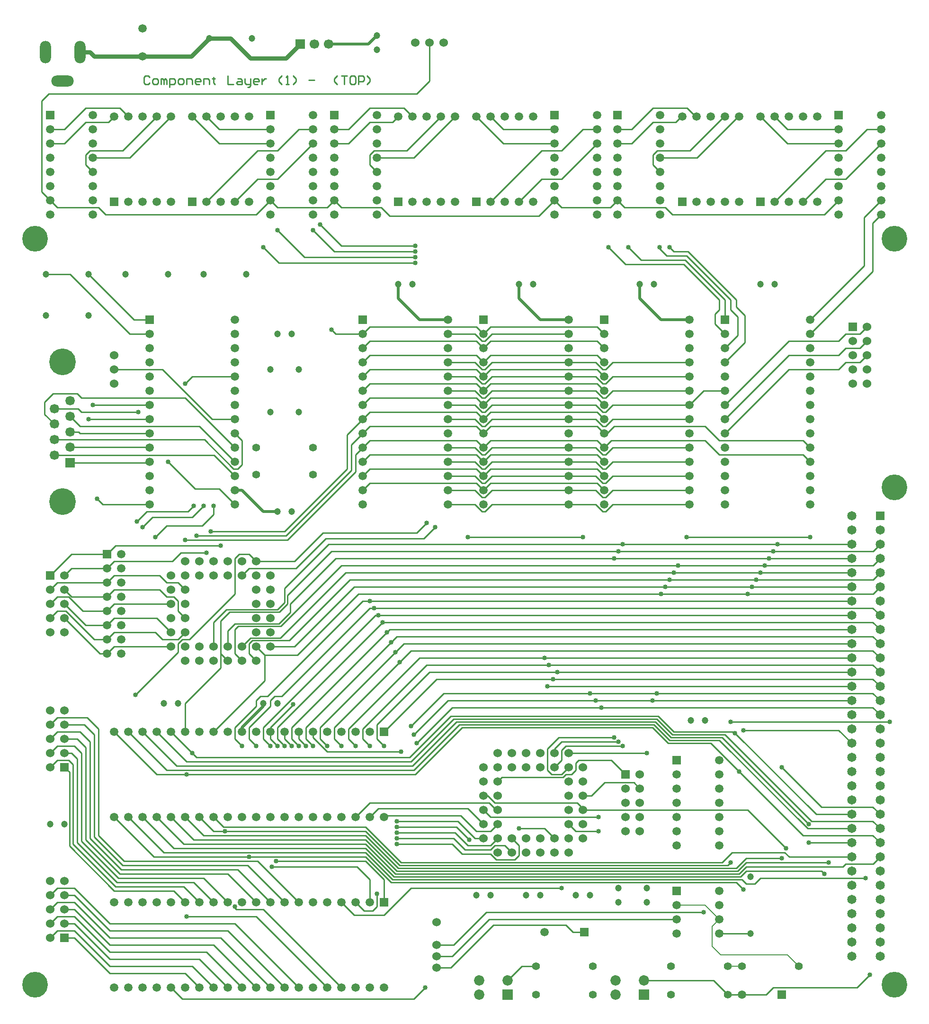
<source format=gbr>
From a29b4fd588d6f3136bfef0d5dc1ee40ead328b15 Mon Sep 17 00:00:00 2001
From: Nao Pross <naopross@thearcway.org>
Date: Tue, 23 May 2017 11:51:48 +0200
Subject: board complete, generate gerber (x2) files

this is probably the last commit before printing the PCB, unless there are some
other errors in the board design
---
 .../GerberX2/MainBoard_Copper_Signal_Top.gbr       | 3590 ++++++++++++++++++++
 1 file changed, 3590 insertions(+)
 create mode 100644 hw/Project Outputs for z80uPC/GerberX2/MainBoard_Copper_Signal_Top.gbr

(limited to 'hw/Project Outputs for z80uPC/GerberX2/MainBoard_Copper_Signal_Top.gbr')

diff --git a/hw/Project Outputs for z80uPC/GerberX2/MainBoard_Copper_Signal_Top.gbr b/hw/Project Outputs for z80uPC/GerberX2/MainBoard_Copper_Signal_Top.gbr
new file mode 100644
index 0000000..e15b566
--- /dev/null
+++ b/hw/Project Outputs for z80uPC/GerberX2/MainBoard_Copper_Signal_Top.gbr	
@@ -0,0 +1,3590 @@
+G04 Layer_Physical_Order=1*
+G04 Layer_Color=255*
+%FSLAX26Y26*%
+%MOIN*%
+%TF.FileFunction,Copper,L1,Top,Signal*%
+%TF.Part,Single*%
+G01*
+G75*
+%TA.AperFunction,Conductor*%
+%ADD10C,0.010000*%
+%ADD11C,0.007874*%
+%ADD12C,0.020000*%
+%ADD13C,0.030000*%
+%TA.AperFunction,NonConductor*%
+%ADD14C,0.010000*%
+%TA.AperFunction,ComponentPad*%
+%ADD15O,0.078740X0.157480*%
+%ADD16O,0.157480X0.078740*%
+%ADD17C,0.187402*%
+%ADD18R,0.066535X0.066535*%
+%ADD19C,0.066535*%
+%ADD20C,0.055118*%
+%ADD21R,0.059055X0.059055*%
+%ADD22C,0.059055*%
+%ADD23C,0.047244*%
+%ADD24C,0.072835*%
+%ADD25R,0.072835X0.072835*%
+%ADD26R,0.059055X0.059055*%
+%ADD27C,0.059055*%
+%ADD28C,0.060000*%
+%ADD29R,0.060000X0.060000*%
+%ADD30R,0.059055X0.059055*%
+%ADD31R,0.059055X0.059055*%
+%ADD32C,0.064961*%
+%ADD33C,0.181102*%
+%ADD34R,0.064961X0.064961*%
+%ADD35R,0.066929X0.066929*%
+%ADD36C,0.066929*%
+%TA.AperFunction,ViaPad*%
+%ADD37C,0.181102*%
+%ADD38C,0.033465*%
+D10*
+X2600000Y710000D02*
+X2790000Y900000D01*
+X2390000Y710000D02*
+X2600000D01*
+X2300000Y800000D02*
+X2390000Y710000D01*
+X2790000Y900000D02*
+X3850000D01*
+X1550000Y760000D02*
+Y770000D01*
+Y760000D02*
+X1560000Y750000D01*
+X1750000D02*
+X2300000Y200000D01*
+X1560000Y750000D02*
+X1750000D01*
+X1700000Y700000D02*
+X2200000Y200000D01*
+X1210000Y700000D02*
+X1700000D01*
+X1400000Y1300000D02*
+X2470000D01*
+X2710000Y1060000D01*
+X4090000Y4300000D02*
+X4140000Y4250000D01*
+X3900000Y4300000D02*
+X4090000D01*
+X4140000Y4250000D02*
+X4160000D01*
+X4210000Y4300000D01*
+X4750000D01*
+X4100000Y4250000D02*
+X4150000Y4200000D01*
+X3350000Y4250000D02*
+X4100000D01*
+X3080000Y1210000D02*
+X3150000Y1140000D01*
+X2690000Y1210000D02*
+X3080000D01*
+X3090000Y1250000D02*
+X3170000Y1170000D01*
+X3100000Y1290000D02*
+X3190000Y1200000D01*
+X2690000Y1290000D02*
+X3100000D01*
+X3110000Y1330000D02*
+X3200000Y1240000D01*
+X2690000Y1330000D02*
+X3110000D01*
+X3120000Y1370000D02*
+X3240000Y1250000D01*
+X2690000Y1370000D02*
+X3120000D01*
+X3340000Y1500000D02*
+X3390000Y1450000D01*
+X2500000Y1500000D02*
+X3340000D01*
+X2400000Y1400000D02*
+X2500000Y1500000D01*
+X3190000Y1460000D02*
+X3300000Y1350000D01*
+X2560000Y1460000D02*
+X3190000D01*
+X2500000Y1400000D02*
+X2560000Y1460000D01*
+X3140000Y1410000D02*
+X3250000Y1300000D01*
+X2610000Y1410000D02*
+X3140000D01*
+X2600000Y1400000D02*
+X2610000Y1410000D01*
+X2690000Y1250000D02*
+X3090000D01*
+X3390000Y1450000D02*
+X3400000D01*
+X3300000Y1550000D02*
+X3330000D01*
+X3380000Y1500000D01*
+X3150000Y1140000D02*
+X3350000D01*
+X3170000Y1170000D02*
+X3350000D01*
+X3190000Y1200000D02*
+X3350000D01*
+X3240000Y1250000D02*
+X3300000D01*
+X3350000Y1300000D02*
+X3400000Y1350000D01*
+X3250000Y1300000D02*
+X3350000D01*
+X2500000Y800000D02*
+Y960000D01*
+X2410000Y1050000D02*
+X2500000Y960000D01*
+X1810000Y1050000D02*
+X2410000D01*
+X2600000Y800000D02*
+Y960000D01*
+X2470000Y1090000D02*
+X2600000Y960000D01*
+X1840000Y1090000D02*
+X2470000D01*
+X3520000Y1100000D02*
+X3550000Y1130000D01*
+X3390000Y1100000D02*
+X3520000D01*
+X3350000Y1140000D02*
+X3390000Y1100000D01*
+X3550000Y1130000D02*
+Y1200000D01*
+X2470000Y1330000D02*
+X2720000Y1080000D01*
+X2470000Y1270000D02*
+X2700000Y1040000D01*
+X2470000Y1240000D02*
+X2690000Y1020000D01*
+X2470000Y1210000D02*
+X2680000Y1000000D01*
+X2470000Y1180000D02*
+X2670000Y980000D01*
+X2470000Y1150000D02*
+X2660000Y960000D01*
+X2470000Y1120000D02*
+X2650000Y940000D01*
+X1100000Y200000D02*
+X1180000Y120000D01*
+X2810000D01*
+X2890000Y200000D01*
+X3500000Y1250000D02*
+X3550000Y1200000D01*
+X3350000Y1170000D02*
+X3380000Y1200000D01*
+X3350000D02*
+X3400000Y1250000D01*
+X3450000Y1200000D02*
+X3500000Y1150000D01*
+X3380000Y1200000D02*
+X3450000D01*
+X1920000Y2900000D02*
+Y2960000D01*
+X1860906Y2840905D02*
+X1920000Y2900000D01*
+X1900000Y2910000D02*
+Y3008504D01*
+X1849094Y2859095D02*
+X1900000Y2910000D01*
+X1489094Y2859095D02*
+X1849094D01*
+X980000Y1120000D02*
+X2470000D01*
+X1050000Y1150000D02*
+X2470000D01*
+X1120000Y1180000D02*
+X2470000D01*
+X1190000Y1210000D02*
+X2470000D01*
+X1260000Y1240000D02*
+X2470000D01*
+X1330000Y1270000D02*
+X2470000D01*
+X700000Y1400000D02*
+X980000Y1120000D01*
+X800000Y1400000D02*
+X1050000Y1150000D01*
+X900000Y1400000D02*
+X1120000Y1180000D01*
+X1000000Y1400000D02*
+X1190000Y1210000D01*
+X1100000Y1400000D02*
+X1260000Y1240000D01*
+X1200000Y1400000D02*
+X1330000Y1270000D01*
+X1300000Y1400000D02*
+X1400000Y1300000D01*
+X1470000Y1330000D02*
+X2470000D01*
+X1400000Y1400000D02*
+X1470000Y1330000D01*
+X3240000Y4600000D02*
+X3290000Y4550000D01*
+X3050000Y4600000D02*
+X3240000D01*
+X5550000Y3950000D02*
+X5600000Y3900000D01*
+X4960000Y3950000D02*
+X5550000D01*
+X4860000Y4050000D02*
+X4960000Y3950000D01*
+X4200000Y4050000D02*
+X4860000D01*
+X4150000Y4000000D02*
+X4200000Y4050000D01*
+X5550000D02*
+X5600000Y4000000D01*
+X4960000Y4050000D02*
+X5550000D01*
+X4860000Y4150000D02*
+X4960000Y4050000D01*
+X4220000Y4150000D02*
+X4860000D01*
+X4170000Y4100000D02*
+X4220000Y4150000D01*
+X4150000Y4100000D02*
+X4170000D01*
+X5950000Y4800000D02*
+X6000000Y4850000D01*
+X5850000Y4800000D02*
+X5950000D01*
+X5800000Y4750000D02*
+X5850000Y4800000D01*
+X5450000Y4750000D02*
+X5800000D01*
+X5000000Y4300000D02*
+X5450000Y4750000D01*
+X5950000Y4700000D02*
+X6000000Y4750000D01*
+X5850000Y4700000D02*
+X5950000D01*
+X5800000Y4650000D02*
+X5850000Y4700000D01*
+X5450000Y4650000D02*
+X5800000D01*
+X5000000Y4200000D02*
+X5450000Y4650000D01*
+X5950000Y4600000D02*
+X6000000Y4650000D01*
+X5850000Y4600000D02*
+X5950000D01*
+X5800000Y4550000D02*
+X5850000Y4600000D01*
+X5450000Y4550000D02*
+X5800000D01*
+X5000000Y4100000D02*
+X5450000Y4550000D01*
+X2210000Y3318504D02*
+X5890551D01*
+X2260000Y3218504D02*
+X5890551D01*
+X2328504Y3118504D02*
+X5890551D01*
+X4610000Y3070000D02*
+X6042047D01*
+X2360000D02*
+X4610000D01*
+X2388504Y3018504D02*
+X5890551D01*
+X4550000Y2970000D02*
+X6042047D01*
+X2420000D02*
+X4550000D01*
+X4750000Y4300000D02*
+X4850000Y4400000D01*
+X5000000D01*
+X3430000Y1680000D02*
+X3730000D01*
+X3400000Y1650000D02*
+X3430000Y1680000D01*
+X4110000Y1391811D02*
+Y1400000D01*
+X4109095Y1390906D02*
+X4110000Y1391811D01*
+X3300000Y1450000D02*
+X3350000Y1400000D01*
+X4150905Y1640906D02*
+X4359095D01*
+X4400000Y1600000D01*
+X3950000Y1300000D02*
+X4110000D01*
+X3900000Y1350000D02*
+X3950000Y1300000D01*
+X4000000Y1450000D02*
+Y1460000D01*
+X4670000Y3170000D02*
+X6042047D01*
+X2300000D02*
+X4670000D01*
+X4250000Y3270000D02*
+X6042047D01*
+X2230000D02*
+X4250000D01*
+X2550000Y770000D02*
+Y860000D01*
+X2520000Y740000D02*
+X2550000Y770000D01*
+X2460000Y740000D02*
+X2520000D01*
+X2400000Y800000D02*
+X2460000Y740000D01*
+X2000000Y1950000D02*
+X2050000Y1900000D01*
+X2000000Y1950000D02*
+Y2000000D01*
+X1900000Y1950000D02*
+X1950000Y1900000D01*
+X1900000Y1950000D02*
+Y2000000D01*
+X1800000Y1950000D02*
+X1850000Y1900000D01*
+X1800000Y1950000D02*
+Y2000000D01*
+X1710000Y1090000D02*
+X2000000Y800000D01*
+X770000Y1090000D02*
+X1710000D01*
+X1640000Y1060000D02*
+X1900000Y800000D01*
+X760000Y1060000D02*
+X1640000D01*
+X1570000Y1030000D02*
+X1800000Y800000D01*
+X750000Y1030000D02*
+X1570000D01*
+X1500000Y1000000D02*
+X1700000Y800000D01*
+X740000Y1000000D02*
+X1500000D01*
+X1330000Y970000D02*
+X1500000Y800000D01*
+X730000Y970000D02*
+X1330000D01*
+X1260000Y940000D02*
+X1400000Y800000D01*
+X720000Y940000D02*
+X1260000D01*
+X1190000Y910000D02*
+X1300000Y800000D01*
+X710000Y910000D02*
+X1190000D01*
+X1120000Y880000D02*
+X1200000Y800000D01*
+X700000Y880000D02*
+X1120000D01*
+X3470000Y250000D02*
+X3570000Y350000D01*
+X3670000D01*
+X3320000Y730000D02*
+X4850000D01*
+X3090000Y500000D02*
+X3320000Y730000D01*
+X3340000Y680000D02*
+X4660000D01*
+X3080000Y420000D02*
+X3340000Y680000D01*
+X2970000Y420000D02*
+X3080000D01*
+X3370000Y640000D02*
+X3880000D01*
+X3070000Y340000D02*
+X3370000Y640000D01*
+X2970000Y340000D02*
+X3070000D01*
+X3880000Y640000D02*
+X3930000Y590000D01*
+X4009764D01*
+X2970000Y500000D02*
+X3090000D01*
+X4960000Y580000D02*
+X5180000D01*
+X5020000Y150000D02*
+X5120236D01*
+X4920000Y250000D02*
+X5020000Y150000D01*
+X4430000Y250000D02*
+X4920000D01*
+X1550000Y650000D02*
+X2000000Y200000D01*
+X1500000Y600000D02*
+X1900000Y200000D01*
+X1450000Y550000D02*
+X1800000Y200000D01*
+X1400000Y500000D02*
+X1700000Y200000D01*
+X1350000Y450000D02*
+X1600000Y200000D01*
+X1300000Y400000D02*
+X1500000Y200000D01*
+X1250000Y350000D02*
+X1400000Y200000D01*
+X1200000Y300000D02*
+X1300000Y200000D01*
+X1440000Y3710000D02*
+X1550000Y3600000D01*
+X1270000Y3710000D02*
+X1440000D01*
+X1080000Y3900000D02*
+X1270000Y3710000D01*
+X810000Y4800000D02*
+X950000D01*
+X390000Y5220000D02*
+X810000Y4800000D01*
+X220000Y5220000D02*
+X390000D01*
+X840000Y4900000D02*
+X950000D01*
+X520000Y5220000D02*
+X840000Y4900000D01*
+X1390000Y4200000D02*
+X1550000D01*
+X1040000Y4550000D02*
+X1390000Y4200000D01*
+X700000Y4550000D02*
+X1040000D01*
+X620000Y3600000D02*
+X950000D01*
+X580000Y3640000D02*
+X620000Y3600000D01*
+X2880000Y3360000D02*
+X2960000Y3440000D01*
+X2190000Y3360000D02*
+X2880000D01*
+X2830000Y3400000D02*
+X2900000Y3470000D01*
+X2170000Y3400000D02*
+X2830000D01*
+X1970000Y3200000D02*
+X2170000Y3400000D01*
+X1700000Y3200000D02*
+X1970000D01*
+X1980000Y3150000D02*
+X2190000Y3360000D01*
+X1650000Y3150000D02*
+X1980000D01*
+X1600000Y3100000D02*
+X1650000Y3150000D01*
+X1200000Y2200000D02*
+X1450000Y2450000D01*
+Y2550000D01*
+X1200000Y2000000D02*
+Y2200000D01*
+X2050000Y2030000D02*
+X2650000Y2630000D01*
+X1950000Y2030000D02*
+X2620000Y2700000D01*
+X1950000Y1950000D02*
+Y2030000D01*
+X1850000D02*
+X2590000Y2770000D01*
+X1850000Y1950000D02*
+Y2030000D01*
+X1750000D02*
+X2538504Y2818504D01*
+X1750000Y1950000D02*
+Y2030000D01*
+X2538504Y2818504D02*
+X5890551D01*
+X1960000Y2190000D02*
+Y2192500D01*
+X1800000Y2030000D02*
+X1960000Y2190000D01*
+X1800000Y2000000D02*
+Y2030000D01*
+X1760000Y2360000D02*
+Y2540000D01*
+X1400000Y2000000D02*
+X1760000Y2360000D01*
+X2710000Y2490000D02*
+X2790000Y2570000D01*
+X2250000Y2030000D02*
+X2710000Y2490000D01*
+X2680000Y2560000D02*
+X2738504Y2618504D01*
+X2150000Y2030000D02*
+X2680000Y2560000D01*
+X2650000Y2630000D02*
+X2690000Y2670000D01*
+X2620000Y2700000D02*
+X2638504Y2718504D01*
+X2530000Y2870000D02*
+X6039055D01*
+X2500000D02*
+X2530000D01*
+X2500000Y2918504D02*
+X5890551D01*
+X2448504D02*
+X2500000D01*
+X2970000Y2370000D02*
+X3790000D01*
+X6039055D01*
+X1780000Y2250000D02*
+X2448504Y2918504D01*
+X3820000Y2418504D02*
+X5890551D01*
+X2918504D02*
+X3820000D01*
+X3900000Y3600000D02*
+X4090000D01*
+X4140000Y3550000D01*
+X4160000D01*
+X4210000Y3600000D01*
+X4750000D01*
+X3900000Y3700000D02*
+X4090000D01*
+X4140000Y3650000D01*
+X4160000D01*
+X4210000Y3700000D01*
+X4750000D01*
+X3900000Y3800000D02*
+X4090000D01*
+X4140000Y3750000D01*
+X4160000D01*
+X4210000Y3800000D01*
+X4750000D01*
+X3900000Y3900000D02*
+X4090000D01*
+X4140000Y3850000D01*
+X4160000D01*
+X4210000Y3900000D01*
+X4750000D01*
+X3900000Y4000000D02*
+X4090000D01*
+X4140000Y3950000D01*
+X4160000D01*
+X4210000Y4000000D01*
+X4750000D01*
+X3900000Y4200000D02*
+X4090000D01*
+X4140000Y4150000D01*
+X4160000D01*
+X4210000Y4200000D01*
+X4750000D01*
+X3900000Y4400000D02*
+X4090000D01*
+X4140000Y4350000D01*
+X4160000D01*
+X4210000Y4400000D01*
+X4750000D01*
+X3900000Y4500000D02*
+X4090000D01*
+X4140000Y4450000D01*
+X4160000D01*
+X4210000Y4500000D01*
+X4750000D01*
+X3900000Y4600000D02*
+X4090000D01*
+X4140000Y4550000D01*
+X4160000D01*
+X4210000Y4600000D01*
+X4750000D01*
+X4100000Y4650000D02*
+X4150000Y4600000D01*
+X3350000Y4650000D02*
+X4100000D01*
+Y4750000D02*
+X4150000Y4700000D01*
+X3350000Y4750000D02*
+X4100000D01*
+X4140000Y4800000D02*
+Y4810000D01*
+X4100000Y4850000D02*
+X4140000Y4810000D01*
+X3350000Y4850000D02*
+X4100000D01*
+X3050000Y3600000D02*
+X3240000D01*
+X3290000Y3550000D01*
+X3310000D01*
+X3360000Y3600000D01*
+X3900000D01*
+X3050000Y3700000D02*
+X3240000D01*
+X3290000Y3650000D01*
+X3310000D01*
+X3360000Y3700000D01*
+X3900000D01*
+X3050000Y3800000D02*
+X3240000D01*
+X3290000Y3750000D01*
+X3310000D01*
+X3360000Y3800000D01*
+X3900000D01*
+X3050000Y3900000D02*
+X3240000D01*
+X3290000Y3850000D01*
+X3310000D01*
+X3360000Y3900000D01*
+X3900000D01*
+X3050000Y4000000D02*
+X3240000D01*
+X3290000Y3950000D01*
+X3310000D01*
+X3360000Y4000000D01*
+X3900000D01*
+X3050000Y4200000D02*
+X3240000D01*
+X3290000Y4150000D01*
+X3310000D01*
+X3360000Y4200000D01*
+X3900000D01*
+X3050000Y4300000D02*
+X3240000D01*
+X3290000Y4250000D01*
+X3310000D01*
+X3360000Y4300000D01*
+X3900000D01*
+X3050000Y4400000D02*
+X3240000D01*
+X3290000Y4350000D01*
+X3310000D01*
+X3360000Y4400000D01*
+X3900000D01*
+X3360000Y4800000D02*
+X3900000D01*
+X3310000Y4750000D02*
+X3360000Y4800000D01*
+X3290000Y4750000D02*
+X3310000D01*
+X3360000Y4600000D02*
+X3900000D01*
+X3310000Y4550000D02*
+X3360000Y4600000D01*
+X3290000Y4550000D02*
+X3310000D01*
+X3290000Y4450000D02*
+X3310000D01*
+X3240000Y4500000D02*
+X3290000Y4450000D01*
+X3050000Y4500000D02*
+X3240000D01*
+X3250000Y4450000D02*
+X3300000Y4400000D01*
+X2500000Y4450000D02*
+X3250000D01*
+X3360000Y4500000D02*
+X3900000D01*
+X3310000Y4450000D02*
+X3360000Y4500000D01*
+X3240000Y4800000D02*
+X3290000Y4750000D01*
+X3050000Y4800000D02*
+X3240000D01*
+X3300000D02*
+X3350000Y4850000D01*
+X3250000D02*
+X3300000Y4800000D01*
+X2500000Y4850000D02*
+X3250000D01*
+X2450000Y4800000D02*
+X2500000Y4850000D01*
+X3300000Y3700000D02*
+X3350000Y3750000D01*
+X4100000D01*
+X4150000Y3700000D01*
+X3300000Y3800000D02*
+X3350000Y3850000D01*
+X4100000D01*
+X4150000Y3800000D01*
+X3300000Y3900000D02*
+X3350000Y3950000D01*
+X4100000D01*
+X4150000Y3900000D01*
+X3300000Y4000000D02*
+X3350000Y4050000D01*
+X4100000D01*
+X4150000Y4000000D01*
+X3300000Y4100000D02*
+X3350000Y4150000D01*
+X4100000D01*
+X4150000Y4100000D01*
+X3300000Y4200000D02*
+X3350000Y4250000D01*
+X3300000Y4300000D02*
+X3350000Y4350000D01*
+X4100000D01*
+X4150000Y4300000D01*
+X3300000Y4400000D02*
+X3350000Y4450000D01*
+X4100000D01*
+X4150000Y4400000D01*
+X3300000Y4500000D02*
+X3350000Y4550000D01*
+X4100000D01*
+X4150000Y4500000D01*
+X3300000Y4600000D02*
+X3350000Y4650000D01*
+X3300000Y4700000D02*
+X3350000Y4750000D01*
+X2450000Y3700000D02*
+X2500000Y3750000D01*
+X3250000D01*
+X3300000Y3700000D01*
+X2450000Y3800000D02*
+X2500000Y3850000D01*
+X3250000D01*
+X3300000Y3800000D01*
+X2450000Y3900000D02*
+X2500000Y3950000D01*
+X3250000D01*
+X3300000Y3900000D01*
+X2450000Y4000000D02*
+X2500000Y4050000D01*
+X3250000D01*
+X3300000Y4000000D01*
+X2450000Y4100000D02*
+X2500000Y4150000D01*
+X3250000D01*
+X3300000Y4100000D01*
+X2450000Y4200000D02*
+X2500000Y4250000D01*
+X3250000D01*
+X3300000Y4200000D01*
+X2450000Y4300000D02*
+X2500000Y4350000D01*
+X3250000D01*
+X3300000Y4300000D01*
+X2450000Y4400000D02*
+X2500000Y4450000D01*
+X2450000Y4500000D02*
+X2500000Y4550000D01*
+X3250000D01*
+X3300000Y4500000D01*
+X2450000Y4600000D02*
+X2500000Y4650000D01*
+X3250000D01*
+X3300000Y4600000D01*
+X3250000Y4750000D02*
+X3300000Y4700000D01*
+X2500000Y4750000D02*
+X3250000D01*
+X2450000Y4700000D02*
+X2500000Y4750000D01*
+X1880000Y2250000D02*
+X2500000Y2870000D01*
+X710000Y3310000D02*
+X1450000D01*
+X650000Y3250000D02*
+X710000Y3310000D01*
+X6039055Y2870000D02*
+X6090551Y2818504D01*
+X6039055Y2770000D02*
+X6090551Y2718504D01*
+X6039055Y2670000D02*
+X6090551Y2618504D01*
+X6039055Y2570000D02*
+X6090551Y2518504D01*
+X6039055Y2470000D02*
+X6090551Y2418504D01*
+X6039055Y2370000D02*
+X6090551Y2318504D01*
+X6039055Y2270000D02*
+X6090551Y2218504D01*
+X6039055Y2170000D02*
+X6090551Y2118504D01*
+X6042047Y3270000D02*
+X6090551Y3318504D01*
+X6042047Y3170000D02*
+X6090551Y3218504D01*
+X6042047Y2970000D02*
+X6090551Y3018504D01*
+X6042047Y3070000D02*
+X6090551Y3118504D01*
+X6039055Y1470000D02*
+X6090551Y1418504D01*
+X6039055Y1370000D02*
+X6090551Y1318504D01*
+X6039055Y1270000D02*
+X6090551Y1218504D01*
+X2550000Y1950000D02*
+X2600000Y1900000D01*
+X2450000Y1950000D02*
+X2500000Y1900000D01*
+X2450000Y1950000D02*
+Y2020000D01*
+X2350000Y1950000D02*
+X2400000Y1900000D01*
+X2350000Y1950000D02*
+Y2020000D01*
+X2250000Y1950000D02*
+X2300000Y1900000D01*
+X2250000Y1950000D02*
+Y2030000D01*
+X2150000Y1950000D02*
+Y2030000D01*
+Y1950000D02*
+X2200000Y1900000D01*
+X2050000Y1950000D02*
+Y2030000D01*
+Y1950000D02*
+X2100000Y1900000D01*
+X1950000Y1950000D02*
+X2000000Y1900000D01*
+X1850000Y1950000D02*
+X1900000Y1900000D01*
+X1750000Y1950000D02*
+X1800000Y1900000D01*
+X1650000Y1950000D02*
+Y2030000D01*
+Y1950000D02*
+X1700000Y1900000D01*
+X1550000Y1950000D02*
+Y2030000D01*
+Y1950000D02*
+X1600000Y1900000D01*
+X2600000Y2000000D02*
+X2970000Y2370000D01*
+X2550000Y1950000D02*
+Y2050000D01*
+X2918504Y2418504D01*
+X2450000Y2020000D02*
+X2900000Y2470000D01*
+X6039055D01*
+X2350000Y2020000D02*
+X2848504Y2518504D01*
+X5890551D01*
+X2790000Y2570000D02*
+X6039055D01*
+X2738504Y2618504D02*
+X5890551D01*
+X2690000Y2670000D02*
+X6039055D01*
+X2638504Y2718504D02*
+X5890551D01*
+X2590000Y2770000D02*
+X6039055D01*
+X1650000Y2030000D02*
+X1800000Y2180000D01*
+Y2220000D01*
+X1830000Y2250000D01*
+X1880000D01*
+X1550000Y2030000D02*
+X1700000Y2180000D01*
+Y2220000D01*
+X1730000Y2250000D01*
+X1780000D01*
+X1700000Y2600000D02*
+X1760000Y2540000D01*
+X1990000D01*
+X2420000Y2970000D01*
+X1800000Y2600000D02*
+X1970000D01*
+X2388504Y3018504D01*
+X1650000Y2550000D02*
+X1700000Y2500000D01*
+X1550000Y2550000D02*
+X1600000Y2500000D01*
+X1450000Y2550000D02*
+X1500000Y2500000D01*
+X1869094Y2659095D02*
+X2328504Y3118504D01*
+X1920000Y2960000D02*
+X2230000Y3270000D01*
+X1930906Y2640905D02*
+X2360000Y3070000D01*
+X1650000Y2550000D02*
+Y2620000D01*
+X1670906Y2640905D01*
+X1930906D01*
+X1600000Y2600000D02*
+X1659094Y2659095D01*
+X1869094D01*
+X1500000Y2710000D02*
+X1549094Y2759095D01*
+X1500000Y2600000D02*
+Y2710000D01*
+X1870906Y2740905D02*
+X2300000Y3170000D01*
+X1400000Y2770000D02*
+X1489094Y2859095D01*
+X1400000Y2600000D02*
+Y2770000D01*
+X1900000Y3008504D02*
+X2210000Y3318504D01*
+X1940000Y2898504D02*
+X2260000Y3218504D01*
+X1549094Y2759095D02*
+X1859094D01*
+X1940000Y2840000D01*
+Y2898504D01*
+X400000Y3250000D02*
+X650000D01*
+X250000Y3100000D02*
+X400000Y3250000D01*
+Y3150000D02*
+X650000D01*
+X350000Y3100000D02*
+X400000Y3150000D01*
+X300000Y3050000D02*
+X650000D01*
+X250000Y3000000D02*
+X300000Y3050000D01*
+X400000Y2950000D02*
+X650000D01*
+X350000Y3000000D02*
+X400000Y2950000D01*
+X477506Y2850000D02*
+X650000D01*
+X377506Y2950000D02*
+X477506Y2850000D01*
+X300000Y2950000D02*
+X377506D01*
+X250000Y2900000D02*
+X300000Y2950000D01*
+X350000Y2900000D02*
+X500000Y2750000D01*
+X650000D01*
+X350000Y2800000D02*
+X600000Y2550000D01*
+X650000D01*
+X250000Y2800000D02*
+X300000Y2850000D01*
+X360000D01*
+X560000Y2650000D01*
+X650000D01*
+Y2550000D02*
+X700000Y2600000D01*
+X1100000D01*
+X650000Y2650000D02*
+X700000Y2700000D01*
+X990000D01*
+X1040000Y2650000D01*
+X1150000D01*
+X1200000Y2700000D01*
+X650000Y2750000D02*
+X700000Y2800000D01*
+X1000000D01*
+X1100000Y2700000D01*
+X650000Y2850000D02*
+X700000Y2900000D01*
+X1100000D01*
+X650000Y2950000D02*
+X700000Y3000000D01*
+X1120000Y2950000D02*
+X1150000Y2920000D01*
+Y2850000D02*
+Y2920000D01*
+Y2850000D02*
+X1200000Y2800000D01*
+X1070000Y2950000D02*
+X1120000D01*
+X700000Y3000000D02*
+X1020000D01*
+X1070000Y2950000D01*
+X650000Y3050000D02*
+X700000Y3100000D01*
+X1020000D01*
+X1070000Y3050000D01*
+X1150000D01*
+X1200000Y3000000D01*
+X650000Y3150000D02*
+X700000Y3200000D01*
+X1110000D01*
+X1170000Y3260000D01*
+X1350000D01*
+X860000Y3480000D02*
+X930000Y3550000D01*
+X1220000D01*
+X1260000Y3590000D01*
+X970000Y3510000D02*
+X1250000D01*
+X1330000Y3590000D01*
+X1200000Y4450000D02*
+X1250000Y4500000D01*
+X1550000D01*
+X900000Y3440000D02*
+X970000Y3510000D01*
+X550000Y4300000D02*
+X950000D01*
+X520000Y4200000D02*
+X950000D01*
+X990000Y3370000D02*
+X1070000Y3450000D01*
+X1320000D01*
+X1400000Y3530000D01*
+Y3590000D01*
+X389921Y4219055D02*
+X458976Y4150000D01*
+X1300000D01*
+X1550000Y3900000D01*
+X278110Y4273583D02*
+X446417D01*
+X470000Y4250000D01*
+X870000D01*
+X210000Y4232638D02*
+X278110Y4164528D01*
+X210000Y4232638D02*
+Y4320000D01*
+X270000Y4380000D01*
+X440000D01*
+X470000Y4350000D01*
+X1200000D01*
+X1550000Y4000000D01*
+X389921Y4110000D02*
+X450000D01*
+X460000Y4100000D01*
+X950000D01*
+X389921Y4000945D02*
+X949055D01*
+X950000Y4000000D01*
+X389921Y3891890D02*
+X941890D01*
+X950000Y3900000D01*
+X278110Y3946417D02*
+X1403583D01*
+X1550000Y3800000D01*
+X278110Y4055472D02*
+X1334528D01*
+X1540000Y3850000D01*
+X1570000D01*
+X1600000Y3880000D01*
+Y4050000D01*
+X1550000Y4100000D02*
+X1600000Y4050000D01*
+X4491762Y6060000D02*
+X4521762Y6090000D01*
+X4491762Y5990000D02*
+Y6060000D01*
+Y5990000D02*
+X4541762Y5940000D01*
+X4521762Y6090000D02*
+X4751762D01*
+X4991762Y6330000D01*
+X4801762Y6040000D02*
+X5091762Y6330000D01*
+X4541762Y6040000D02*
+X4801762D01*
+X4651762Y6290000D02*
+X4691762Y6330000D01*
+X4491762Y6290000D02*
+X4651762D01*
+X4341762Y6140000D02*
+X4491762Y6290000D01*
+X4241762Y6140000D02*
+X4341762D01*
+X4241762Y6240000D02*
+X4341762D01*
+X4491762Y6390000D01*
+X4731762D01*
+X4791762Y6330000D01*
+X740000Y6390000D02*
+X800000Y6330000D01*
+X500000Y6390000D02*
+X740000D01*
+X350000Y6240000D02*
+X500000Y6390000D01*
+X250000Y6240000D02*
+X350000D01*
+X250000Y6140000D02*
+X350000D01*
+X500000Y6290000D01*
+X660000D01*
+X700000Y6330000D01*
+X550000Y6040000D02*
+X810000D01*
+X1100000Y6330000D01*
+X760000Y6090000D02*
+X1000000Y6330000D01*
+X530000Y6090000D02*
+X760000D01*
+X500000Y5990000D02*
+X550000Y5940000D01*
+X500000Y5990000D02*
+Y6060000D01*
+X530000Y6090000D01*
+X2740000Y6390000D02*
+X2800000Y6330000D01*
+X2500000Y6390000D02*
+X2740000D01*
+X2350000Y6240000D02*
+X2500000Y6390000D01*
+X2250000Y6240000D02*
+X2350000D01*
+X2250000Y6140000D02*
+X2350000D01*
+X2500000Y6290000D01*
+X2660000D01*
+X2700000Y6330000D01*
+X2550000Y6040000D02*
+X2810000D01*
+X3100000Y6330000D01*
+X2760000Y6090000D02*
+X3000000Y6330000D01*
+X2530000Y6090000D02*
+X2760000D01*
+X2500000Y5990000D02*
+X2550000Y5940000D01*
+X2500000Y5990000D02*
+Y6060000D01*
+X2530000Y6090000D01*
+X1250000Y6330000D02*
+X1440000Y6140000D01*
+X1800000D01*
+X1350000Y6330000D02*
+X1440000Y6240000D01*
+X1800000D01*
+X2000000D02*
+X2100000D01*
+X1850000Y6090000D02*
+X2000000Y6240000D01*
+X1350000Y5730000D02*
+X1710000Y6090000D01*
+X1850000D01*
+Y5890000D02*
+X2100000Y6140000D01*
+X1550000Y5730000D02*
+X1710000Y5890000D01*
+X1850000D01*
+X3250000Y6330000D02*
+X3440000Y6140000D01*
+X3800000D01*
+X3350000Y6330000D02*
+X3440000Y6240000D01*
+X3800000D01*
+X4000000D02*
+X4100000D01*
+X3850000Y6090000D02*
+X4000000Y6240000D01*
+X3350000Y5730000D02*
+X3710000Y6090000D01*
+X3850000D01*
+Y5890000D02*
+X4100000Y6140000D01*
+X3550000Y5730000D02*
+X3710000Y5890000D01*
+X3850000D01*
+X5250000Y6330000D02*
+X5440000Y6140000D01*
+X5800000D01*
+X5350000Y6330000D02*
+X5440000Y6240000D01*
+X5800000D01*
+X6000000D02*
+X6100000D01*
+X5850000Y6090000D02*
+X6000000Y6240000D01*
+X5350000Y5730000D02*
+X5710000Y6090000D01*
+X5850000D01*
+Y5890000D02*
+X6100000Y6140000D01*
+X5550000Y5730000D02*
+X5710000Y5890000D01*
+X5850000D01*
+X250000Y5740000D02*
+X300000Y5690000D01*
+X590000D01*
+X640000Y5640000D01*
+X1700000D01*
+X1800000Y5740000D01*
+X1850000Y5690000D01*
+X2200000D01*
+X2250000Y5740000D01*
+X2300000Y5690000D01*
+X2580000D01*
+X2640000Y5630000D01*
+X3690000D01*
+X3800000Y5740000D01*
+X3850000Y5690000D01*
+X4191762D01*
+X4241762Y5740000D01*
+X4291762Y5690000D01*
+X4580000D01*
+X4630000Y5640000D01*
+X5700000D01*
+X5800000Y5740000D01*
+X2150000Y5570000D02*
+X2300000Y5420000D01*
+X1850000Y5530000D02*
+X2040000Y5340000D01*
+X2820000D01*
+X1750000Y5410000D02*
+X1860000Y5300000D01*
+X2820000D01*
+X2100000Y5530000D02*
+X2250000Y5380000D01*
+X2820000D01*
+X2300000Y5420000D02*
+X2820000D01*
+X1000000Y2000000D02*
+X1210000Y1790000D01*
+X2790000D01*
+X900000Y2000000D02*
+X1140000Y1760000D01*
+X2800000D01*
+X800000Y2000000D02*
+X1070000Y1730000D01*
+X2100000Y1960000D02*
+Y2000000D01*
+X4200000Y1800000D02*
+X4300000Y1700000D01*
+X3750000Y1730000D02*
+X3780000Y1700000D01*
+X3850000D01*
+X3750000Y1730000D02*
+Y1880000D01*
+X2790000Y1790000D02*
+X3090000Y2090000D01*
+X2800000Y1760000D02*
+X3110000Y2070000D01*
+X2810000Y1730000D02*
+X3130000Y2050000D01*
+X4090000Y2220000D02*
+X4091496Y2218504D01*
+X4130000Y2170000D02*
+X6039055D01*
+X3800000Y1850000D02*
+Y1880000D01*
+X3750000D02*
+X3830000Y1960000D01*
+X3800000Y1880000D02*
+X3850000Y1930000D01*
+X4000000Y1550000D02*
+X4060000D01*
+X4150905Y1640906D01*
+X3350000Y1400000D02*
+X4100000D01*
+X3380000Y1500000D02*
+X3960000D01*
+X4000000Y1460000D01*
+X3730000Y1680000D02*
+X3860000D01*
+X3900000Y1850000D02*
+X4450000D01*
+X3860000Y1680000D02*
+X3880000Y1700000D01*
+X3920000D01*
+X3950000Y1730000D01*
+Y1780000D01*
+X3850000Y1700000D02*
+X3900000Y1750000D01*
+X3800000D02*
+X3850000Y1800000D01*
+Y1870000D01*
+X3950000Y1780000D02*
+X3970000Y1800000D01*
+X4200000D01*
+X3850000Y1870000D02*
+X3880000Y1900000D01*
+X4280000D01*
+X3850000Y1930000D02*
+X4250000D01*
+X3830000Y1960000D02*
+X4220000D01*
+X3130000Y2050000D02*
+X4500000D01*
+X3110000Y2070000D02*
+X4510000D01*
+X3090000Y2090000D02*
+X4520000D01*
+X3751496Y2318504D02*
+X5890551D01*
+X1100000Y2000000D02*
+X1280000Y1820000D01*
+X2780000D01*
+X3070000Y2110000D01*
+X1150000Y2560000D02*
+Y2620000D01*
+X1180000Y2650000D01*
+X1230000D01*
+X1550000Y2970000D01*
+X1650000Y3250000D02*
+X1700000Y3200000D01*
+X1550000Y2970000D02*
+Y3220000D01*
+X1580000Y3250000D01*
+X1650000D01*
+X850000Y2260000D02*
+X1150000Y2560000D01*
+X1070000Y1730000D02*
+X2810000D01*
+X1000000Y1700000D02*
+X1210000D01*
+X700000Y2000000D02*
+X1000000Y1700000D01*
+X1210000D02*
+X2820000D01*
+X3150000Y2030000D01*
+X2399567Y3949567D02*
+X2450000Y4000000D01*
+X2340000Y4090000D02*
+X2450000Y4200000D01*
+X2370000Y4020000D02*
+X2450000Y4100000D01*
+X4490000Y2030000D02*
+X4600000Y1920000D01*
+X3150000Y2030000D02*
+X4490000D01*
+X4500000Y2050000D02*
+X4610000Y1940000D01*
+X4510000Y2070000D02*
+X4620000Y1960000D01*
+X4520000Y2090000D02*
+X4630000Y1980000D01*
+X3070000Y2110000D02*
+X4530000D01*
+X4640000Y2000000D01*
+X4620000Y1960000D02*
+X4980000D01*
+X4610000Y1940000D02*
+X4960000D01*
+X5610000Y1370000D02*
+X6039055D01*
+X4640000Y2000000D02*
+X5060000D01*
+X5641496Y1418504D01*
+X5890551D01*
+X5550000Y1270000D02*
+X6039055D01*
+X4600000Y1920000D02*
+X4900000D01*
+X5550000Y1270000D01*
+X4630000Y1980000D02*
+X5000000D01*
+X5610000Y1370000D01*
+X5581496Y1318504D02*
+X5890551D01*
+X4960000Y1940000D02*
+X5581496Y1318504D01*
+X4980000Y1960000D02*
+X5590000Y1350000D01*
+Y1220000D02*
+X5889055D01*
+X5890551Y1218504D01*
+X4050000Y2270000D02*
+X4520000D01*
+X6039055D01*
+X4091496Y2218504D02*
+X5890551D01*
+X3020000Y2270000D02*
+X4050000D01*
+X3050000Y2220000D02*
+X4090000D01*
+X2230000Y4830000D02*
+X2260000Y4800000D01*
+X2450000D01*
+X5150000Y930000D02*
+X5210000D01*
+X2680000Y1000000D02*
+X5100000D01*
+X5850000Y1070000D02*
+X6042047D01*
+X6090551Y1118504D01*
+X2690000Y1020000D02*
+X5090000D01*
+X5120236Y150000D02*
+X5290000D01*
+X5340000Y200000D01*
+X5930000D01*
+X6020000Y290000D01*
+X5680000Y1470000D02*
+X6039055D01*
+X5400000Y1750000D02*
+X5680000Y1470000D01*
+X2700000Y1040000D02*
+X5080000D01*
+X5210000Y930000D02*
+X5250000Y970000D01*
+X5150000Y1020000D02*
+X5680000D01*
+X5700000Y1000000D01*
+X5250000Y970000D02*
+X5990000D01*
+X5090000Y1020000D02*
+X5150000Y1080000D01*
+X5100000Y1000000D02*
+X5150000Y1050000D01*
+X5830000D01*
+X5850000Y1070000D01*
+X5080000Y1040000D02*
+X5150000Y1110000D01*
+Y1080000D02*
+X5730000D01*
+X5150000Y1110000D02*
+X5400000D01*
+X4000000Y1450000D02*
+X5160000D01*
+X5430000Y1180000D01*
+X2710000Y1060000D02*
+X5020000D01*
+X5420000Y1150000D02*
+X5451496Y1118504D01*
+X5890551D01*
+X5020000Y1060000D02*
+X5040000Y1080000D01*
+X2720000D02*
+X4980000D01*
+X5050000Y1150000D01*
+X5420000D01*
+X5042441Y2072677D02*
+X5045118Y2070000D01*
+X5040000Y2070236D02*
+X5042441Y2072677D01*
+X5045118Y2070000D02*
+X6160000D01*
+X5130000Y2010000D02*
+X5799055D01*
+X5890551Y1918504D01*
+X3190000Y3370000D02*
+X4000000D01*
+X3730000Y1320000D02*
+X3800000Y1250000D01*
+X3550000Y1320000D02*
+X3730000D01*
+X2100000Y1960000D02*
+X2200000Y1860000D01*
+X2720000D01*
+X4730000Y3370000D02*
+X5600000D01*
+X190000Y5800000D02*
+X250000Y5740000D01*
+X190000Y5800000D02*
+Y6440000D01*
+X240000Y6490000D01*
+X1450000Y2550000D02*
+Y2780000D01*
+X1510906Y2840905D01*
+X1860906D01*
+X1550000Y2550000D02*
+Y2720000D01*
+X1570906Y2740905D01*
+X1870906D01*
+X440000Y1220000D02*
+X720000Y940000D01*
+X440000Y1220000D02*
+Y1810000D01*
+X470000Y1230000D02*
+Y1850000D01*
+X500000Y1240000D02*
+X740000Y1000000D01*
+X530000Y1250000D02*
+Y1930000D01*
+X560000Y1260000D02*
+Y1980000D01*
+Y1260000D02*
+X760000Y1060000D01*
+X410000Y1210000D02*
+Y1770000D01*
+X590000Y1270000D02*
+X770000Y1090000D01*
+X530000Y1250000D02*
+X750000Y1030000D01*
+X470000Y1230000D02*
+X730000Y970000D01*
+X410000Y1210000D02*
+X710000Y910000D01*
+X5120000Y960000D02*
+X5150000Y930000D01*
+X2650000Y940000D02*
+X5080000D01*
+X5110000Y980000D02*
+X5150000Y1020000D01*
+X2670000Y980000D02*
+X5110000D01*
+X2660000Y960000D02*
+X5120000D01*
+X5080000Y940000D02*
+X5130000Y890000D01*
+X5000000Y4700000D02*
+X5090000Y4790000D01*
+X5000000Y4600000D02*
+X5140000Y4740000D01*
+X5080000Y4990000D02*
+Y5040000D01*
+Y4990000D02*
+X5140000Y4930000D01*
+Y4740000D02*
+Y4930000D01*
+X4930000Y4940000D02*
+X4960000Y4970000D01*
+X4930000Y4870000D02*
+Y4940000D01*
+Y4870000D02*
+X5000000Y4800000D01*
+X4960000Y4970000D02*
+Y5040000D01*
+X5040000Y4970000D02*
+Y5040000D01*
+Y4970000D02*
+X5090000Y4920000D01*
+Y4790000D02*
+Y4920000D01*
+X5000000Y4900000D02*
+Y5040000D01*
+X4720000Y5320000D02*
+X5000000Y5040000D01*
+X4730000Y5350000D02*
+X5040000Y5040000D01*
+X4320000Y5410000D02*
+X4410000Y5320000D01*
+X4720000D01*
+X4590000Y5350000D02*
+X4730000D01*
+X4540000Y5400000D02*
+X4590000Y5350000D01*
+X4540000Y5400000D02*
+Y5410000D01*
+X4610000D02*
+X4640000Y5380000D01*
+X4740000D01*
+X5080000Y5040000D01*
+X4180000Y5410000D02*
+X4300000Y5290000D01*
+X4710000D01*
+X4960000Y5040000D01*
+X2810000Y1980000D02*
+X3050000Y2220000D01*
+X2790000Y2040000D02*
+X3020000Y2270000D01*
+X2830000Y1920000D02*
+X3080000Y2170000D01*
+X4130000D01*
+X240000Y6490000D02*
+X2830000D01*
+X2920000Y6580000D01*
+Y6850000D01*
+X5600000Y4900000D02*
+X5980000Y5280000D01*
+Y5620000D01*
+X6100000Y5740000D01*
+X5600000Y4800000D02*
+X6040000Y5240000D01*
+Y5580000D01*
+X6100000Y5640000D01*
+X250000Y2050000D02*
+X300000Y2100000D01*
+X490000Y2050000D02*
+X560000Y1980000D01*
+X350000Y2050000D02*
+X490000D01*
+X460000Y2000000D02*
+X530000Y1930000D01*
+X300000Y2000000D02*
+X460000D01*
+X250000Y1950000D02*
+X300000Y2000000D01*
+X420000Y1900000D02*
+X470000Y1850000D01*
+X300000Y1900000D02*
+X420000D01*
+X250000Y1850000D02*
+X300000Y1900000D01*
+X400000Y1850000D02*
+X440000Y1810000D01*
+X350000Y1850000D02*
+X400000D01*
+X380000Y1800000D02*
+X410000Y1770000D01*
+X300000Y1800000D02*
+X380000D01*
+X250000Y1750000D02*
+X300000Y1800000D01*
+X350000Y1750000D02*
+X384528Y1715472D01*
+Y1195472D02*
+Y1715472D01*
+Y1195472D02*
+X700000Y880000D01*
+X300000Y2100000D02*
+X510000D01*
+X590000Y2020000D01*
+Y1270000D02*
+Y2020000D01*
+X350000Y1950000D02*
+X440000D01*
+X500000Y1890000D01*
+Y1240000D02*
+Y1890000D01*
+X250000Y850000D02*
+X300000Y900000D01*
+X420000D01*
+X670000Y650000D01*
+X1550000D01*
+X350000Y850000D02*
+X420000D01*
+X670000Y600000D01*
+X1500000D01*
+X250000Y750000D02*
+X300000Y800000D01*
+X420000D01*
+X670000Y550000D01*
+X1450000D01*
+X350000Y750000D02*
+X420000D01*
+X670000Y500000D01*
+X1400000D01*
+X250000Y650000D02*
+X300000Y700000D01*
+X420000D01*
+X670000Y450000D01*
+X1350000D01*
+X250000Y550000D02*
+X300000Y600000D01*
+X420000D01*
+X350000Y650000D02*
+X420000D01*
+X670000Y400000D01*
+X1300000D01*
+X420000Y600000D02*
+X670000Y350000D01*
+X1250000D01*
+X350000Y550000D02*
+X420000D01*
+X670000Y300000D01*
+X1200000D01*
+Y3350000D02*
+X1920000D01*
+X2399567Y3829567D02*
+Y3949567D01*
+X1280000Y3380000D02*
+X1910000D01*
+X2370000Y3840000D01*
+Y4020000D01*
+X1380000Y3410000D02*
+X1900000D01*
+X2340000Y3850000D01*
+Y4090000D01*
+X1920000Y3350000D02*
+X2399567Y3829567D01*
+D11*
+X4860000Y780000D02*
+X4960000Y680000D01*
+X4660000Y780000D02*
+X4860000D01*
+X5020000Y350000D02*
+X5120000D01*
+X4910000Y630000D02*
+X4960000Y680000D01*
+X4910000Y490000D02*
+Y630000D01*
+Y490000D02*
+X4970000Y430000D01*
+X5440000D02*
+X5520000Y350000D01*
+X4970000Y430000D02*
+X5440000D01*
+D12*
+X2490000Y6840000D02*
+X2550000Y6900000D01*
+X2210000Y6840000D02*
+X2490000D01*
+X1600000Y2000000D02*
+Y2030000D01*
+X1750000Y2180000D01*
+Y2200000D01*
+X3550000Y5050000D02*
+Y5150000D01*
+Y5050000D02*
+X3700000Y4900000D01*
+X3900000D01*
+X2700000Y5050000D02*
+Y5150000D01*
+Y5050000D02*
+X2850000Y4900000D01*
+X3050000D01*
+X4400000Y5050000D02*
+Y5150000D01*
+Y5050000D02*
+X4550000Y4900000D01*
+X4750000D01*
+X1550000Y3700000D02*
+X1600000D01*
+X1750000Y3550000D01*
+X1850000D01*
+D13*
+X1241575Y6751575D02*
+X1370000Y6880000D01*
+X900000Y6751575D02*
+X1241575D01*
+X459370Y6780787D02*
+X529213D01*
+X558425Y6751575D01*
+X900000D01*
+X1370000Y6880000D02*
+X1520000D01*
+X1660000Y6740000D01*
+X1910000D01*
+X2010000Y6840000D01*
+D14*
+X949987Y6604984D02*
+X939990Y6614981D01*
+X919997D01*
+X910000Y6604984D01*
+Y6564997D01*
+X919997Y6555000D01*
+X939990D01*
+X949987Y6564997D01*
+X979977Y6555000D02*
+X999971D01*
+X1009968Y6564997D01*
+Y6584990D01*
+X999971Y6594987D01*
+X979977D01*
+X969981Y6584990D01*
+Y6564997D01*
+X979977Y6555000D01*
+X1029961D02*
+Y6594987D01*
+X1039958D01*
+X1049955Y6584990D01*
+Y6555000D01*
+Y6584990D01*
+X1059951Y6594987D01*
+X1069948Y6584990D01*
+Y6555000D01*
+X1089942Y6535007D02*
+Y6594987D01*
+X1119932D01*
+X1129929Y6584990D01*
+Y6564997D01*
+X1119932Y6555000D01*
+X1089942D01*
+X1159919D02*
+X1179913D01*
+X1189909Y6564997D01*
+Y6584990D01*
+X1179913Y6594987D01*
+X1159919D01*
+X1149922Y6584990D01*
+Y6564997D01*
+X1159919Y6555000D01*
+X1209903D02*
+Y6594987D01*
+X1239893D01*
+X1249890Y6584990D01*
+Y6555000D01*
+X1299874D02*
+X1279880D01*
+X1269884Y6564997D01*
+Y6584990D01*
+X1279880Y6594987D01*
+X1299874D01*
+X1309871Y6584990D01*
+Y6574993D01*
+X1269884D01*
+X1329864Y6555000D02*
+Y6594987D01*
+X1359854D01*
+X1369851Y6584990D01*
+Y6555000D01*
+X1399842Y6604984D02*
+Y6594987D01*
+X1389845D01*
+X1409838D01*
+X1399842D01*
+Y6564997D01*
+X1409838Y6555000D01*
+X1499809Y6614981D02*
+Y6555000D01*
+X1539796D01*
+X1569787Y6594987D02*
+X1589780D01*
+X1599777Y6584990D01*
+Y6555000D01*
+X1569787D01*
+X1559790Y6564997D01*
+X1569787Y6574993D01*
+X1599777D01*
+X1619770Y6594987D02*
+Y6564997D01*
+X1629767Y6555000D01*
+X1659757D01*
+Y6545003D01*
+X1649761Y6535007D01*
+X1639764D01*
+X1659757Y6555000D02*
+Y6594987D01*
+X1709741Y6555000D02*
+X1689748D01*
+X1679751Y6564997D01*
+Y6584990D01*
+X1689748Y6594987D01*
+X1709741D01*
+X1719738Y6584990D01*
+Y6574993D01*
+X1679751D01*
+X1739732Y6594987D02*
+Y6555000D01*
+Y6574993D01*
+X1749728Y6584990D01*
+X1759725Y6594987D01*
+X1769722D01*
+X1879686Y6555000D02*
+X1859693Y6574993D01*
+Y6594987D01*
+X1879686Y6614981D01*
+X1909677Y6555000D02*
+X1929670D01*
+X1919673D01*
+Y6614981D01*
+X1909677Y6604984D01*
+X1959660Y6555000D02*
+X1979654Y6574993D01*
+Y6594987D01*
+X1959660Y6614981D01*
+X2069625Y6584990D02*
+X2109612D01*
+X2269560Y6555000D02*
+X2249567Y6574993D01*
+Y6594987D01*
+X2269560Y6614981D01*
+X2299550D02*
+X2339537D01*
+X2319544D01*
+Y6555000D01*
+X2389521Y6614981D02*
+X2369528D01*
+X2359531Y6604984D01*
+Y6564997D01*
+X2369528Y6555000D01*
+X2389521D01*
+X2399518Y6564997D01*
+Y6604984D01*
+X2389521Y6614981D01*
+X2419512Y6555000D02*
+Y6614981D01*
+X2449502D01*
+X2459499Y6604984D01*
+Y6584990D01*
+X2449502Y6574993D01*
+X2419512D01*
+X2479492Y6555000D02*
+X2499486Y6574993D01*
+Y6594987D01*
+X2479492Y6614981D01*
+D15*
+X215276Y6780630D02*
+D03*
+X459370Y6780787D02*
+D03*
+D16*
+X335000Y6580000D02*
+D03*
+D17*
+X334016Y4601929D02*
+D03*
+Y3618071D02*
+D03*
+D18*
+X389921Y3891890D02*
+D03*
+D19*
+X278110Y3946417D02*
+D03*
+X389921Y4000945D02*
+D03*
+X278110Y4055472D02*
+D03*
+X389921Y4110000D02*
+D03*
+X278110Y4164528D02*
+D03*
+X389921Y4219055D02*
+D03*
+X278110Y4273583D02*
+D03*
+X389921Y4328110D02*
+D03*
+D20*
+X3670000Y150000D02*
+D03*
+X4070000D02*
+D03*
+X5020000D02*
+D03*
+X4620000D02*
+D03*
+X3670000Y350000D02*
+D03*
+X4070000D02*
+D03*
+X5020000D02*
+D03*
+X4620000D02*
+D03*
+X5520000D02*
+D03*
+X5120000D02*
+D03*
+X2100000Y4000000D02*
+D03*
+X1700000D02*
+D03*
+X2100000Y3810000D02*
+D03*
+X1700000D02*
+D03*
+D21*
+X5399764Y150000D02*
+D03*
+X4009764Y590000D02*
+D03*
+X950000Y4900000D02*
+D03*
+D22*
+X5120236Y150000D02*
+D03*
+X5350000Y5730000D02*
+D03*
+X5450000D02*
+D03*
+X5550000D02*
+D03*
+X5650000D02*
+D03*
+X5250000Y6330000D02*
+D03*
+X5350000D02*
+D03*
+X5450000D02*
+D03*
+X5550000D02*
+D03*
+X5650000D02*
+D03*
+X4800000Y5730000D02*
+D03*
+X4900000D02*
+D03*
+X5000000D02*
+D03*
+X5100000D02*
+D03*
+X4700000Y6330000D02*
+D03*
+X4800000D02*
+D03*
+X4900000D02*
+D03*
+X5000000D02*
+D03*
+X5100000D02*
+D03*
+X1350000Y5730000D02*
+D03*
+X1450000D02*
+D03*
+X1550000D02*
+D03*
+X1650000D02*
+D03*
+X1250000Y6330000D02*
+D03*
+X1350000D02*
+D03*
+X1450000D02*
+D03*
+X1550000D02*
+D03*
+X1650000D02*
+D03*
+X800000Y5730000D02*
+D03*
+X900000D02*
+D03*
+X1000000D02*
+D03*
+X1100000D02*
+D03*
+X700000Y6330000D02*
+D03*
+X800000D02*
+D03*
+X900000D02*
+D03*
+X1000000D02*
+D03*
+X1100000D02*
+D03*
+X3350000Y5730000D02*
+D03*
+X3450000D02*
+D03*
+X3550000D02*
+D03*
+X3650000D02*
+D03*
+X3250000Y6330000D02*
+D03*
+X3350000D02*
+D03*
+X3450000D02*
+D03*
+X3550000D02*
+D03*
+X3650000D02*
+D03*
+X2800000Y5730000D02*
+D03*
+X2900000D02*
+D03*
+X3000000D02*
+D03*
+X3100000D02*
+D03*
+X2700000Y6330000D02*
+D03*
+X2800000D02*
+D03*
+X2900000D02*
+D03*
+X3000000D02*
+D03*
+X3100000D02*
+D03*
+X3730236Y590000D02*
+D03*
+X750000Y3250000D02*
+D03*
+X650000Y3150000D02*
+D03*
+X750000D02*
+D03*
+X650000Y3050000D02*
+D03*
+X750000D02*
+D03*
+X650000Y2950000D02*
+D03*
+X750000D02*
+D03*
+X650000Y2850000D02*
+D03*
+X750000D02*
+D03*
+X650000Y2750000D02*
+D03*
+X750000D02*
+D03*
+X650000Y2650000D02*
+D03*
+X750000D02*
+D03*
+X650000Y2550000D02*
+D03*
+X750000D02*
+D03*
+X950000Y4800000D02*
+D03*
+Y4700000D02*
+D03*
+Y4600000D02*
+D03*
+Y4500000D02*
+D03*
+Y4400000D02*
+D03*
+Y4300000D02*
+D03*
+Y4200000D02*
+D03*
+Y4100000D02*
+D03*
+Y4000000D02*
+D03*
+Y3900000D02*
+D03*
+Y3800000D02*
+D03*
+Y3700000D02*
+D03*
+Y3600000D02*
+D03*
+X1550000Y4900000D02*
+D03*
+Y4800000D02*
+D03*
+Y4700000D02*
+D03*
+Y4600000D02*
+D03*
+Y4500000D02*
+D03*
+Y4400000D02*
+D03*
+Y4300000D02*
+D03*
+Y4200000D02*
+D03*
+Y4100000D02*
+D03*
+Y4000000D02*
+D03*
+Y3900000D02*
+D03*
+Y3800000D02*
+D03*
+Y3700000D02*
+D03*
+Y3600000D02*
+D03*
+X900000Y6948425D02*
+D03*
+Y6751575D02*
+D03*
+D23*
+X3600000Y850000D02*
+D03*
+X3700000D02*
+D03*
+X4250000Y900000D02*
+D03*
+Y800000D02*
+D03*
+X4450000D02*
+D03*
+Y900000D02*
+D03*
+X1150000Y2200000D02*
+D03*
+X1050000D02*
+D03*
+X3350000Y850000D02*
+D03*
+X3250000D02*
+D03*
+X4500000Y5150000D02*
+D03*
+X4400000D02*
+D03*
+X2800000D02*
+D03*
+X2700000D02*
+D03*
+X3650000D02*
+D03*
+X3550000D02*
+D03*
+X1850000Y2200000D02*
+D03*
+X1750000D02*
+D03*
+X4760000Y2080000D02*
+D03*
+X4860000D02*
+D03*
+X3950000Y850000D02*
+D03*
+X4050000D02*
+D03*
+X250000Y1350000D02*
+D03*
+X5350000Y5150000D02*
+D03*
+X5250000D02*
+D03*
+X1950000Y3550000D02*
+D03*
+X1850000D02*
+D03*
+X1330000Y5220000D02*
+D03*
+X1630000D02*
+D03*
+X780000D02*
+D03*
+X1080000D02*
+D03*
+X520000D02*
+D03*
+X220000D02*
+D03*
+Y4930000D02*
+D03*
+X520000D02*
+D03*
+X1850000Y4800000D02*
+D03*
+X1950000D02*
+D03*
+X2000000Y4550000D02*
+D03*
+X1800000D02*
+D03*
+X2550000Y6900000D02*
+D03*
+Y6800000D02*
+D03*
+X1670000Y6880000D02*
+D03*
+X1370000D02*
+D03*
+X1800000Y4250000D02*
+D03*
+X2000000D02*
+D03*
+X5180000Y980000D02*
+D03*
+Y580000D02*
+D03*
+X350000Y1350000D02*
+D03*
+D24*
+X3470000Y250000D02*
+D03*
+X3270000D02*
+D03*
+Y150000D02*
+D03*
+X4430000Y250000D02*
+D03*
+X4230000D02*
+D03*
+Y150000D02*
+D03*
+D25*
+X3470000D02*
+D03*
+X4430000D02*
+D03*
+D26*
+X4150000Y4900000D02*
+D03*
+X2450000D02*
+D03*
+X5000000D02*
+D03*
+X5800000Y6340000D02*
+D03*
+X4241762D02*
+D03*
+X1800000D02*
+D03*
+X250000D02*
+D03*
+X3800000D02*
+D03*
+X2250000D02*
+D03*
+X3300000Y4900000D02*
+D03*
+X4660000Y880000D02*
+D03*
+Y1800000D02*
+D03*
+D27*
+X4150000Y4800000D02*
+D03*
+Y4700000D02*
+D03*
+Y4600000D02*
+D03*
+Y4500000D02*
+D03*
+Y4400000D02*
+D03*
+Y4300000D02*
+D03*
+Y4200000D02*
+D03*
+Y4100000D02*
+D03*
+Y4000000D02*
+D03*
+Y3900000D02*
+D03*
+Y3800000D02*
+D03*
+Y3700000D02*
+D03*
+Y3600000D02*
+D03*
+X4750000Y4900000D02*
+D03*
+Y4800000D02*
+D03*
+Y4700000D02*
+D03*
+Y4600000D02*
+D03*
+Y4500000D02*
+D03*
+Y4400000D02*
+D03*
+Y4300000D02*
+D03*
+Y4200000D02*
+D03*
+Y4100000D02*
+D03*
+Y4000000D02*
+D03*
+Y3900000D02*
+D03*
+Y3800000D02*
+D03*
+Y3700000D02*
+D03*
+Y3600000D02*
+D03*
+X2450000Y4800000D02*
+D03*
+Y4700000D02*
+D03*
+Y4600000D02*
+D03*
+Y4500000D02*
+D03*
+Y4400000D02*
+D03*
+Y4300000D02*
+D03*
+Y4200000D02*
+D03*
+Y4100000D02*
+D03*
+Y4000000D02*
+D03*
+Y3900000D02*
+D03*
+Y3800000D02*
+D03*
+Y3700000D02*
+D03*
+Y3600000D02*
+D03*
+X3050000Y4900000D02*
+D03*
+Y4800000D02*
+D03*
+Y4700000D02*
+D03*
+Y4600000D02*
+D03*
+Y4500000D02*
+D03*
+Y4400000D02*
+D03*
+Y4300000D02*
+D03*
+Y4200000D02*
+D03*
+Y4100000D02*
+D03*
+Y4000000D02*
+D03*
+Y3900000D02*
+D03*
+Y3800000D02*
+D03*
+Y3700000D02*
+D03*
+Y3600000D02*
+D03*
+X5000000Y4800000D02*
+D03*
+Y4700000D02*
+D03*
+Y4600000D02*
+D03*
+Y4500000D02*
+D03*
+Y4400000D02*
+D03*
+Y4300000D02*
+D03*
+Y4200000D02*
+D03*
+Y4100000D02*
+D03*
+Y4000000D02*
+D03*
+Y3900000D02*
+D03*
+Y3800000D02*
+D03*
+Y3700000D02*
+D03*
+Y3600000D02*
+D03*
+X5600000Y4900000D02*
+D03*
+Y4800000D02*
+D03*
+Y4700000D02*
+D03*
+Y4600000D02*
+D03*
+Y4500000D02*
+D03*
+Y4400000D02*
+D03*
+Y4300000D02*
+D03*
+Y4200000D02*
+D03*
+Y4100000D02*
+D03*
+Y4000000D02*
+D03*
+Y3900000D02*
+D03*
+Y3800000D02*
+D03*
+Y3700000D02*
+D03*
+Y3600000D02*
+D03*
+X2500000Y800000D02*
+D03*
+X2400000D02*
+D03*
+X2300000D02*
+D03*
+X2200000D02*
+D03*
+X2100000D02*
+D03*
+X2000000D02*
+D03*
+X1900000D02*
+D03*
+X1800000D02*
+D03*
+X1700000D02*
+D03*
+X1600000D02*
+D03*
+X1500000D02*
+D03*
+X1400000D02*
+D03*
+X1300000D02*
+D03*
+X1200000D02*
+D03*
+X1100000D02*
+D03*
+X1000000D02*
+D03*
+X900000D02*
+D03*
+X800000D02*
+D03*
+X700000D02*
+D03*
+X2600000Y200000D02*
+D03*
+X2500000D02*
+D03*
+X2400000D02*
+D03*
+X2300000D02*
+D03*
+X2200000D02*
+D03*
+X2100000D02*
+D03*
+X2000000D02*
+D03*
+X1900000D02*
+D03*
+X1800000D02*
+D03*
+X1700000D02*
+D03*
+X1600000D02*
+D03*
+X1500000D02*
+D03*
+X1400000D02*
+D03*
+X1300000D02*
+D03*
+X1200000D02*
+D03*
+X1100000D02*
+D03*
+X1000000D02*
+D03*
+X900000D02*
+D03*
+X800000D02*
+D03*
+X700000D02*
+D03*
+X6100000Y5640000D02*
+D03*
+Y5740000D02*
+D03*
+Y5840000D02*
+D03*
+Y5940000D02*
+D03*
+Y6040000D02*
+D03*
+Y6140000D02*
+D03*
+Y6240000D02*
+D03*
+Y6340000D02*
+D03*
+X5800000Y5640000D02*
+D03*
+Y5740000D02*
+D03*
+Y5840000D02*
+D03*
+Y5940000D02*
+D03*
+Y6040000D02*
+D03*
+Y6140000D02*
+D03*
+Y6240000D02*
+D03*
+X4541762Y5640000D02*
+D03*
+Y5740000D02*
+D03*
+Y5840000D02*
+D03*
+Y5940000D02*
+D03*
+Y6040000D02*
+D03*
+Y6140000D02*
+D03*
+Y6240000D02*
+D03*
+Y6340000D02*
+D03*
+X4241762Y5640000D02*
+D03*
+Y5740000D02*
+D03*
+Y5840000D02*
+D03*
+Y5940000D02*
+D03*
+Y6040000D02*
+D03*
+Y6140000D02*
+D03*
+Y6240000D02*
+D03*
+X2100000Y5640000D02*
+D03*
+Y5740000D02*
+D03*
+Y5840000D02*
+D03*
+Y5940000D02*
+D03*
+Y6040000D02*
+D03*
+Y6140000D02*
+D03*
+Y6240000D02*
+D03*
+Y6340000D02*
+D03*
+X1800000Y5640000D02*
+D03*
+Y5740000D02*
+D03*
+Y5840000D02*
+D03*
+Y5940000D02*
+D03*
+Y6040000D02*
+D03*
+Y6140000D02*
+D03*
+Y6240000D02*
+D03*
+X550000Y5640000D02*
+D03*
+Y5740000D02*
+D03*
+Y5840000D02*
+D03*
+Y5940000D02*
+D03*
+Y6040000D02*
+D03*
+Y6140000D02*
+D03*
+Y6240000D02*
+D03*
+Y6340000D02*
+D03*
+X250000Y5640000D02*
+D03*
+Y5740000D02*
+D03*
+Y5840000D02*
+D03*
+Y5940000D02*
+D03*
+Y6040000D02*
+D03*
+Y6140000D02*
+D03*
+Y6240000D02*
+D03*
+X4100000Y5640000D02*
+D03*
+Y5740000D02*
+D03*
+Y5840000D02*
+D03*
+Y5940000D02*
+D03*
+Y6040000D02*
+D03*
+Y6140000D02*
+D03*
+Y6240000D02*
+D03*
+Y6340000D02*
+D03*
+X3800000Y5640000D02*
+D03*
+Y5740000D02*
+D03*
+Y5840000D02*
+D03*
+Y5940000D02*
+D03*
+Y6040000D02*
+D03*
+Y6140000D02*
+D03*
+Y6240000D02*
+D03*
+X2550000Y5640000D02*
+D03*
+Y5740000D02*
+D03*
+Y5840000D02*
+D03*
+Y5940000D02*
+D03*
+Y6040000D02*
+D03*
+Y6140000D02*
+D03*
+Y6240000D02*
+D03*
+Y6340000D02*
+D03*
+X2250000Y5640000D02*
+D03*
+Y5740000D02*
+D03*
+Y5840000D02*
+D03*
+Y5940000D02*
+D03*
+Y6040000D02*
+D03*
+Y6140000D02*
+D03*
+Y6240000D02*
+D03*
+X2500000Y2000000D02*
+D03*
+X2400000D02*
+D03*
+X2300000D02*
+D03*
+X2200000D02*
+D03*
+X2100000D02*
+D03*
+X2000000D02*
+D03*
+X1900000D02*
+D03*
+X1800000D02*
+D03*
+X1700000D02*
+D03*
+X1600000D02*
+D03*
+X1500000D02*
+D03*
+X1400000D02*
+D03*
+X1300000D02*
+D03*
+X1200000D02*
+D03*
+X1100000D02*
+D03*
+X1000000D02*
+D03*
+X900000D02*
+D03*
+X800000D02*
+D03*
+X700000D02*
+D03*
+X2600000Y1400000D02*
+D03*
+X2500000D02*
+D03*
+X2400000D02*
+D03*
+X2300000D02*
+D03*
+X2200000D02*
+D03*
+X2100000D02*
+D03*
+X2000000D02*
+D03*
+X1900000D02*
+D03*
+X1800000D02*
+D03*
+X1700000D02*
+D03*
+X1600000D02*
+D03*
+X1500000D02*
+D03*
+X1400000D02*
+D03*
+X1300000D02*
+D03*
+X1200000D02*
+D03*
+X1100000D02*
+D03*
+X1000000D02*
+D03*
+X900000D02*
+D03*
+X800000D02*
+D03*
+X700000D02*
+D03*
+X3300000Y4800000D02*
+D03*
+Y4700000D02*
+D03*
+Y4600000D02*
+D03*
+Y4500000D02*
+D03*
+Y4400000D02*
+D03*
+Y4300000D02*
+D03*
+Y4200000D02*
+D03*
+Y4100000D02*
+D03*
+Y4000000D02*
+D03*
+Y3900000D02*
+D03*
+Y3800000D02*
+D03*
+Y3700000D02*
+D03*
+Y3600000D02*
+D03*
+X3900000Y4900000D02*
+D03*
+Y4800000D02*
+D03*
+Y4700000D02*
+D03*
+Y4600000D02*
+D03*
+Y4500000D02*
+D03*
+Y4400000D02*
+D03*
+Y4300000D02*
+D03*
+Y4200000D02*
+D03*
+Y4100000D02*
+D03*
+Y4000000D02*
+D03*
+Y3900000D02*
+D03*
+Y3800000D02*
+D03*
+Y3700000D02*
+D03*
+Y3600000D02*
+D03*
+X4960000Y580000D02*
+D03*
+Y680000D02*
+D03*
+Y780000D02*
+D03*
+Y880000D02*
+D03*
+X4660000Y580000D02*
+D03*
+Y680000D02*
+D03*
+Y780000D02*
+D03*
+X4960000Y1200000D02*
+D03*
+Y1300000D02*
+D03*
+Y1400000D02*
+D03*
+Y1500000D02*
+D03*
+Y1600000D02*
+D03*
+Y1700000D02*
+D03*
+Y1800000D02*
+D03*
+X4660000Y1200000D02*
+D03*
+Y1300000D02*
+D03*
+Y1400000D02*
+D03*
+Y1500000D02*
+D03*
+Y1600000D02*
+D03*
+Y1700000D02*
+D03*
+D28*
+X1400000Y2600000D02*
+D03*
+X1500000Y2500000D02*
+D03*
+Y2600000D02*
+D03*
+X1600000Y2500000D02*
+D03*
+Y2600000D02*
+D03*
+X1700000Y2500000D02*
+D03*
+X1800000Y2600000D02*
+D03*
+X1700000D02*
+D03*
+X1800000Y2700000D02*
+D03*
+X1700000D02*
+D03*
+X1800000Y2800000D02*
+D03*
+X1700000D02*
+D03*
+X1800000Y2900000D02*
+D03*
+X1700000D02*
+D03*
+X1800000Y3000000D02*
+D03*
+X1700000D02*
+D03*
+X1800000Y3100000D02*
+D03*
+X1700000Y3200000D02*
+D03*
+Y3100000D02*
+D03*
+X1600000Y3200000D02*
+D03*
+Y3100000D02*
+D03*
+X1500000Y3200000D02*
+D03*
+Y3100000D02*
+D03*
+X1400000Y3200000D02*
+D03*
+Y3100000D02*
+D03*
+X1200000Y3000000D02*
+D03*
+Y2900000D02*
+D03*
+Y3100000D02*
+D03*
+X1300000Y3200000D02*
+D03*
+Y3100000D02*
+D03*
+X1200000Y3200000D02*
+D03*
+X1300000Y2600000D02*
+D03*
+X1100000Y3100000D02*
+D03*
+X1300000Y2500000D02*
+D03*
+X1100000Y3000000D02*
+D03*
+Y2900000D02*
+D03*
+X1200000Y2800000D02*
+D03*
+Y2700000D02*
+D03*
+X1100000Y2800000D02*
+D03*
+X1200000Y2600000D02*
+D03*
+X1100000Y2700000D02*
+D03*
+Y2600000D02*
+D03*
+X1200000Y2500000D02*
+D03*
+X1400000D02*
+D03*
+X700000Y4450000D02*
+D03*
+Y4550000D02*
+D03*
+Y4650000D02*
+D03*
+X350000Y2700000D02*
+D03*
+X250000D02*
+D03*
+X350000Y2800000D02*
+D03*
+X250000D02*
+D03*
+X350000Y2900000D02*
+D03*
+X250000D02*
+D03*
+X350000Y3000000D02*
+D03*
+X250000D02*
+D03*
+X350000Y3100000D02*
+D03*
+X250000Y2150000D02*
+D03*
+X350000D02*
+D03*
+X250000Y2050000D02*
+D03*
+X350000D02*
+D03*
+X250000Y1950000D02*
+D03*
+X350000D02*
+D03*
+X250000Y1850000D02*
+D03*
+X350000D02*
+D03*
+X250000Y1750000D02*
+D03*
+Y950000D02*
+D03*
+X350000D02*
+D03*
+X250000Y850000D02*
+D03*
+X350000D02*
+D03*
+X250000Y750000D02*
+D03*
+X350000D02*
+D03*
+X250000Y650000D02*
+D03*
+X350000D02*
+D03*
+X250000Y550000D02*
+D03*
+X4400000Y1300000D02*
+D03*
+X4300000D02*
+D03*
+X4400000Y1400000D02*
+D03*
+X4300000D02*
+D03*
+X4400000Y1500000D02*
+D03*
+X4300000D02*
+D03*
+X4400000Y1600000D02*
+D03*
+X4300000D02*
+D03*
+X4400000Y1700000D02*
+D03*
+X3020000Y6850000D02*
+D03*
+X2920000D02*
+D03*
+X2820000D02*
+D03*
+X6000000Y4450000D02*
+D03*
+X5900000D02*
+D03*
+X6000000Y4550000D02*
+D03*
+X5900000D02*
+D03*
+X6000000Y4650000D02*
+D03*
+X5900000D02*
+D03*
+X6000000Y4750000D02*
+D03*
+X5900000D02*
+D03*
+X6000000Y4850000D02*
+D03*
+X2970000Y660000D02*
+D03*
+Y500000D02*
+D03*
+Y420000D02*
+D03*
+Y340000D02*
+D03*
+X3700000Y1750000D02*
+D03*
+X3600000Y1850000D02*
+D03*
+Y1750000D02*
+D03*
+X3500000Y1850000D02*
+D03*
+Y1750000D02*
+D03*
+X3400000Y1850000D02*
+D03*
+X3300000Y1750000D02*
+D03*
+X3400000D02*
+D03*
+X3300000Y1650000D02*
+D03*
+X3400000D02*
+D03*
+X3300000Y1550000D02*
+D03*
+X3400000D02*
+D03*
+X3300000Y1450000D02*
+D03*
+X3400000D02*
+D03*
+X3300000Y1350000D02*
+D03*
+X3400000D02*
+D03*
+X3300000Y1250000D02*
+D03*
+X3400000Y1150000D02*
+D03*
+Y1250000D02*
+D03*
+X3500000Y1150000D02*
+D03*
+Y1250000D02*
+D03*
+X3600000Y1150000D02*
+D03*
+Y1250000D02*
+D03*
+X3700000Y1150000D02*
+D03*
+Y1250000D02*
+D03*
+X3900000Y1350000D02*
+D03*
+Y1450000D02*
+D03*
+Y1250000D02*
+D03*
+X3800000Y1150000D02*
+D03*
+Y1250000D02*
+D03*
+X3900000Y1150000D02*
+D03*
+X3800000Y1750000D02*
+D03*
+X4000000Y1250000D02*
+D03*
+X3800000Y1850000D02*
+D03*
+X4000000Y1350000D02*
+D03*
+Y1450000D02*
+D03*
+X3900000Y1550000D02*
+D03*
+Y1650000D02*
+D03*
+X4000000Y1550000D02*
+D03*
+X3900000Y1750000D02*
+D03*
+X4000000Y1650000D02*
+D03*
+Y1750000D02*
+D03*
+X3900000Y1850000D02*
+D03*
+X3700000D02*
+D03*
+D29*
+X250000Y3100000D02*
+D03*
+X350000Y1750000D02*
+D03*
+Y550000D02*
+D03*
+X4300000Y1700000D02*
+D03*
+X5900000Y4850000D02*
+D03*
+D30*
+X2600000Y800000D02*
+D03*
+Y2000000D02*
+D03*
+D31*
+X5250000Y5730000D02*
+D03*
+X4700000D02*
+D03*
+X1250000D02*
+D03*
+X700000D02*
+D03*
+X3250000D02*
+D03*
+X2700000D02*
+D03*
+X650000Y3250000D02*
+D03*
+D32*
+X5890551Y3418504D02*
+D03*
+Y3118504D02*
+D03*
+Y2818504D02*
+D03*
+Y2518504D02*
+D03*
+X6090551Y518504D02*
+D03*
+X5890551Y3518504D02*
+D03*
+Y3318504D02*
+D03*
+Y3218504D02*
+D03*
+Y3018504D02*
+D03*
+Y2918504D02*
+D03*
+Y2718504D02*
+D03*
+Y2618504D02*
+D03*
+Y2418504D02*
+D03*
+X6090551Y3318504D02*
+D03*
+Y3218504D02*
+D03*
+Y3018504D02*
+D03*
+Y2918504D02*
+D03*
+Y2718504D02*
+D03*
+Y2618504D02*
+D03*
+Y2418504D02*
+D03*
+X5890551Y418504D02*
+D03*
+Y618504D02*
+D03*
+Y718504D02*
+D03*
+Y918504D02*
+D03*
+Y1018504D02*
+D03*
+Y1218504D02*
+D03*
+Y1318504D02*
+D03*
+Y1518504D02*
+D03*
+X6090551Y418504D02*
+D03*
+Y618504D02*
+D03*
+Y718504D02*
+D03*
+Y918504D02*
+D03*
+Y1018504D02*
+D03*
+Y1218504D02*
+D03*
+Y1318504D02*
+D03*
+Y1518504D02*
+D03*
+X5890551Y1618504D02*
+D03*
+Y1718504D02*
+D03*
+Y1818504D02*
+D03*
+Y1918504D02*
+D03*
+Y2018504D02*
+D03*
+Y2118504D02*
+D03*
+Y2218504D02*
+D03*
+Y2318504D02*
+D03*
+X6090551Y1618504D02*
+D03*
+Y1718504D02*
+D03*
+Y1818504D02*
+D03*
+Y1918504D02*
+D03*
+Y2018504D02*
+D03*
+Y2118504D02*
+D03*
+Y2218504D02*
+D03*
+Y2318504D02*
+D03*
+Y3418504D02*
+D03*
+Y3118504D02*
+D03*
+Y2818504D02*
+D03*
+Y2518504D02*
+D03*
+Y1418504D02*
+D03*
+Y1118504D02*
+D03*
+Y818504D02*
+D03*
+X5890551Y518504D02*
+D03*
+Y818504D02*
+D03*
+Y1118504D02*
+D03*
+Y1418504D02*
+D03*
+D33*
+X6190551Y218504D02*
+D03*
+Y3718504D02*
+D03*
+D34*
+X6090551Y3518504D02*
+D03*
+D35*
+X2010000Y6840000D02*
+D03*
+D36*
+X2110000D02*
+D03*
+X2210000D02*
+D03*
+D37*
+X141732Y218504D02*
+D03*
+X6190551Y5468504D02*
+D03*
+X141732D02*
+D03*
+D38*
+X3850000Y900000D02*
+D03*
+X1550000Y770000D02*
+D03*
+X1480000Y1300000D02*
+D03*
+X2690000Y1370000D02*
+D03*
+Y1330000D02*
+D03*
+Y1290000D02*
+D03*
+Y1250000D02*
+D03*
+Y1210000D02*
+D03*
+X3200000Y1240000D02*
+D03*
+X1810000Y1050000D02*
+D03*
+X1840000Y1090000D02*
+D03*
+X2890000Y200000D02*
+D03*
+X1650000Y1120000D02*
+D03*
+X5370000Y3320000D02*
+D03*
+X5340000Y3270000D02*
+D03*
+X5310000Y3220000D02*
+D03*
+X5280000Y3170000D02*
+D03*
+X5250000Y3118504D02*
+D03*
+X5220000Y3070000D02*
+D03*
+X5160000Y2970000D02*
+D03*
+X5190000Y3018504D02*
+D03*
+X4490000Y2220000D02*
+D03*
+X4520000Y2270000D02*
+D03*
+X4110000Y1400000D02*
+D03*
+Y1300000D02*
+D03*
+X4670000Y3170000D02*
+D03*
+X4640000Y3120000D02*
+D03*
+X4610000Y3070000D02*
+D03*
+X4580000Y3020000D02*
+D03*
+X4550000Y2970000D02*
+D03*
+X4280000Y3320000D02*
+D03*
+X4250000Y3270000D02*
+D03*
+X4220000Y3220000D02*
+D03*
+X2550000Y860000D02*
+D03*
+X2050000Y1900000D02*
+D03*
+X1950000D02*
+D03*
+X1850000D02*
+D03*
+X4850000Y730000D02*
+D03*
+X1080000Y3900000D02*
+D03*
+X580000Y3640000D02*
+D03*
+X2960000Y3440000D02*
+D03*
+X2900000Y3470000D02*
+D03*
+X1960000Y2192500D02*
+D03*
+X2600000Y1900000D02*
+D03*
+X2500000D02*
+D03*
+X2400000D02*
+D03*
+X2300000D02*
+D03*
+X2200000D02*
+D03*
+X2100000D02*
+D03*
+X2000000D02*
+D03*
+X1900000D02*
+D03*
+X1800000D02*
+D03*
+X1700000D02*
+D03*
+X1600000D02*
+D03*
+X3730000Y2520000D02*
+D03*
+X3760000Y2470000D02*
+D03*
+X2710000Y2490000D02*
+D03*
+X2680000Y2560000D02*
+D03*
+X2650000Y2630000D02*
+D03*
+X2620000Y2700000D02*
+D03*
+X2590000Y2770000D02*
+D03*
+X2560000Y2820000D02*
+D03*
+X2530000Y2870000D02*
+D03*
+X2500000Y2918504D02*
+D03*
+X3790000Y2370000D02*
+D03*
+X3820000Y2418504D02*
+D03*
+X1450000Y3310000D02*
+D03*
+X1350000Y3260000D02*
+D03*
+X860000Y3480000D02*
+D03*
+X1260000Y3590000D02*
+D03*
+X1330000D02*
+D03*
+X1200000Y4450000D02*
+D03*
+X900000Y3440000D02*
+D03*
+X550000Y4300000D02*
+D03*
+X520000Y4200000D02*
+D03*
+X990000Y3370000D02*
+D03*
+X1400000Y3590000D02*
+D03*
+X870000Y4250000D02*
+D03*
+X2150000Y5570000D02*
+D03*
+X2100000Y5530000D02*
+D03*
+X2820000Y5380000D02*
+D03*
+X1850000Y5530000D02*
+D03*
+X2820000Y5340000D02*
+D03*
+Y5300000D02*
+D03*
+X1750000Y5410000D02*
+D03*
+X2820000Y5420000D02*
+D03*
+X4450000Y1850000D02*
+D03*
+X4050000Y2270000D02*
+D03*
+X4090000Y2220000D02*
+D03*
+X4130000Y2170000D02*
+D03*
+X4220000Y1960000D02*
+D03*
+X4250000Y1930000D02*
+D03*
+X4280000Y1900000D02*
+D03*
+X3750000Y2320000D02*
+D03*
+X1250000Y1850000D02*
+D03*
+X850000Y2260000D02*
+D03*
+X1210000Y700000D02*
+D03*
+Y1700000D02*
+D03*
+X1200000Y3350000D02*
+D03*
+X1280000Y3380000D02*
+D03*
+X1380000Y3410000D02*
+D03*
+X5070000Y1990000D02*
+D03*
+X5130000Y2010000D02*
+D03*
+X5100000Y1720000D02*
+D03*
+X5590000Y1350000D02*
+D03*
+Y1220000D02*
+D03*
+X2230000Y4830000D02*
+D03*
+X6020000Y290000D02*
+D03*
+X5400000Y1750000D02*
+D03*
+X5700000Y1000000D02*
+D03*
+X5990000Y970000D02*
+D03*
+X5730000Y1080000D02*
+D03*
+X5400000Y1110000D02*
+D03*
+X5430000Y1180000D02*
+D03*
+X5040000Y1080000D02*
+D03*
+Y2070236D02*
+D03*
+X6160000Y2070000D02*
+D03*
+X4000000Y3370000D02*
+D03*
+X3190000D02*
+D03*
+X3550000Y1320000D02*
+D03*
+X2720000Y1860000D02*
+D03*
+X4730000Y3370000D02*
+D03*
+X5600000D02*
+D03*
+X5130000Y890000D02*
+D03*
+X4180000Y5410000D02*
+D03*
+X4320000D02*
+D03*
+X4540000D02*
+D03*
+X4610000D02*
+D03*
+X2830000Y1920000D02*
+D03*
+X2810000Y1980000D02*
+D03*
+X2790000Y2040000D02*
+D03*
+%TF.MD5,8CA5DC16AAAC2E425D3B6B7ADEBEE717*%
+M02*
-- 
cgit v1.2.1


</source>
